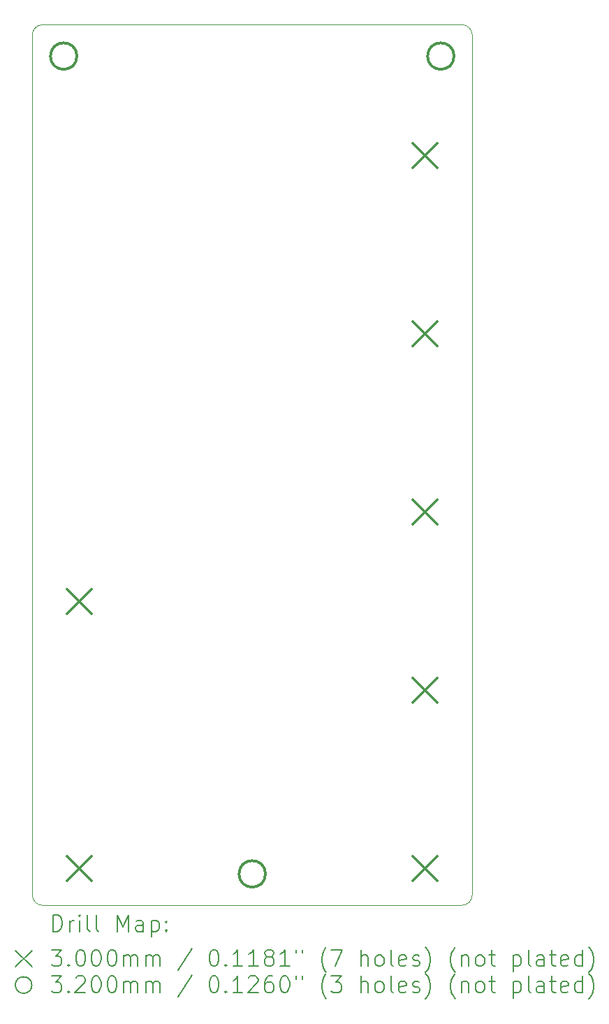
<source format=gbr>
%FSLAX45Y45*%
G04 Gerber Fmt 4.5, Leading zero omitted, Abs format (unit mm)*
G04 Created by KiCad (PCBNEW (6.0.0)) date 2022-08-09 16:31:57*
%MOMM*%
%LPD*%
G01*
G04 APERTURE LIST*
%TA.AperFunction,Profile*%
%ADD10C,0.100000*%
%TD*%
%ADD11C,0.200000*%
%ADD12C,0.300000*%
%ADD13C,0.320000*%
G04 APERTURE END LIST*
D10*
X5207000Y-10668000D02*
X127000Y-10668000D01*
X0Y-10541000D02*
G75*
G03*
X127000Y-10668000I127000J0D01*
G01*
X5334000Y-127000D02*
G75*
G03*
X5207000Y0I-127000J0D01*
G01*
X5207000Y-10668000D02*
G75*
G03*
X5334000Y-10541000I0J127000D01*
G01*
X127000Y-10668000D02*
X127000Y-10668000D01*
X0Y-10541000D02*
X0Y-127000D01*
X127000Y0D02*
X5207000Y0D01*
X0Y-127000D02*
X0Y-127000D01*
X127000Y0D02*
G75*
G03*
X0Y-127000I0J-127000D01*
G01*
X5334000Y-127000D02*
X5334000Y-10541000D01*
X5207000Y0D02*
X5207000Y0D01*
D11*
D12*
X421500Y-6835000D02*
X721500Y-7135000D01*
X721500Y-6835000D02*
X421500Y-7135000D01*
X421500Y-10073500D02*
X721500Y-10373500D01*
X721500Y-10073500D02*
X421500Y-10373500D01*
X4612500Y-1437500D02*
X4912500Y-1737500D01*
X4912500Y-1437500D02*
X4612500Y-1737500D01*
X4612500Y-3596500D02*
X4912500Y-3896500D01*
X4912500Y-3596500D02*
X4612500Y-3896500D01*
X4612500Y-5755500D02*
X4912500Y-6055500D01*
X4912500Y-5755500D02*
X4612500Y-6055500D01*
X4612500Y-7914500D02*
X4912500Y-8214500D01*
X4912500Y-7914500D02*
X4612500Y-8214500D01*
X4612500Y-10073500D02*
X4912500Y-10373500D01*
X4912500Y-10073500D02*
X4612500Y-10373500D01*
D13*
X541000Y-381000D02*
G75*
G03*
X541000Y-381000I-160000J0D01*
G01*
X2827000Y-10287000D02*
G75*
G03*
X2827000Y-10287000I-160000J0D01*
G01*
X5113000Y-381000D02*
G75*
G03*
X5113000Y-381000I-160000J0D01*
G01*
D11*
X252619Y-10983476D02*
X252619Y-10783476D01*
X300238Y-10783476D01*
X328810Y-10793000D01*
X347857Y-10812048D01*
X357381Y-10831095D01*
X366905Y-10869190D01*
X366905Y-10897762D01*
X357381Y-10935857D01*
X347857Y-10954905D01*
X328810Y-10973952D01*
X300238Y-10983476D01*
X252619Y-10983476D01*
X452619Y-10983476D02*
X452619Y-10850143D01*
X452619Y-10888238D02*
X462143Y-10869190D01*
X471667Y-10859667D01*
X490714Y-10850143D01*
X509762Y-10850143D01*
X576429Y-10983476D02*
X576429Y-10850143D01*
X576429Y-10783476D02*
X566905Y-10793000D01*
X576429Y-10802524D01*
X585952Y-10793000D01*
X576429Y-10783476D01*
X576429Y-10802524D01*
X700238Y-10983476D02*
X681190Y-10973952D01*
X671667Y-10954905D01*
X671667Y-10783476D01*
X805000Y-10983476D02*
X785952Y-10973952D01*
X776428Y-10954905D01*
X776428Y-10783476D01*
X1033571Y-10983476D02*
X1033571Y-10783476D01*
X1100238Y-10926333D01*
X1166905Y-10783476D01*
X1166905Y-10983476D01*
X1347857Y-10983476D02*
X1347857Y-10878714D01*
X1338333Y-10859667D01*
X1319286Y-10850143D01*
X1281190Y-10850143D01*
X1262143Y-10859667D01*
X1347857Y-10973952D02*
X1328810Y-10983476D01*
X1281190Y-10983476D01*
X1262143Y-10973952D01*
X1252619Y-10954905D01*
X1252619Y-10935857D01*
X1262143Y-10916810D01*
X1281190Y-10907286D01*
X1328810Y-10907286D01*
X1347857Y-10897762D01*
X1443095Y-10850143D02*
X1443095Y-11050143D01*
X1443095Y-10859667D02*
X1462143Y-10850143D01*
X1500238Y-10850143D01*
X1519286Y-10859667D01*
X1528809Y-10869190D01*
X1538333Y-10888238D01*
X1538333Y-10945381D01*
X1528809Y-10964429D01*
X1519286Y-10973952D01*
X1500238Y-10983476D01*
X1462143Y-10983476D01*
X1443095Y-10973952D01*
X1624048Y-10964429D02*
X1633571Y-10973952D01*
X1624048Y-10983476D01*
X1614524Y-10973952D01*
X1624048Y-10964429D01*
X1624048Y-10983476D01*
X1624048Y-10859667D02*
X1633571Y-10869190D01*
X1624048Y-10878714D01*
X1614524Y-10869190D01*
X1624048Y-10859667D01*
X1624048Y-10878714D01*
X-205000Y-11213000D02*
X-5000Y-11413000D01*
X-5000Y-11213000D02*
X-205000Y-11413000D01*
X233571Y-11203476D02*
X357381Y-11203476D01*
X290714Y-11279667D01*
X319286Y-11279667D01*
X338333Y-11289190D01*
X347857Y-11298714D01*
X357381Y-11317762D01*
X357381Y-11365381D01*
X347857Y-11384428D01*
X338333Y-11393952D01*
X319286Y-11403476D01*
X262143Y-11403476D01*
X243095Y-11393952D01*
X233571Y-11384428D01*
X443095Y-11384428D02*
X452619Y-11393952D01*
X443095Y-11403476D01*
X433571Y-11393952D01*
X443095Y-11384428D01*
X443095Y-11403476D01*
X576429Y-11203476D02*
X595476Y-11203476D01*
X614524Y-11213000D01*
X624048Y-11222524D01*
X633571Y-11241571D01*
X643095Y-11279667D01*
X643095Y-11327286D01*
X633571Y-11365381D01*
X624048Y-11384428D01*
X614524Y-11393952D01*
X595476Y-11403476D01*
X576429Y-11403476D01*
X557381Y-11393952D01*
X547857Y-11384428D01*
X538333Y-11365381D01*
X528810Y-11327286D01*
X528810Y-11279667D01*
X538333Y-11241571D01*
X547857Y-11222524D01*
X557381Y-11213000D01*
X576429Y-11203476D01*
X766905Y-11203476D02*
X785952Y-11203476D01*
X805000Y-11213000D01*
X814524Y-11222524D01*
X824048Y-11241571D01*
X833571Y-11279667D01*
X833571Y-11327286D01*
X824048Y-11365381D01*
X814524Y-11384428D01*
X805000Y-11393952D01*
X785952Y-11403476D01*
X766905Y-11403476D01*
X747857Y-11393952D01*
X738333Y-11384428D01*
X728809Y-11365381D01*
X719286Y-11327286D01*
X719286Y-11279667D01*
X728809Y-11241571D01*
X738333Y-11222524D01*
X747857Y-11213000D01*
X766905Y-11203476D01*
X957381Y-11203476D02*
X976428Y-11203476D01*
X995476Y-11213000D01*
X1005000Y-11222524D01*
X1014524Y-11241571D01*
X1024048Y-11279667D01*
X1024048Y-11327286D01*
X1014524Y-11365381D01*
X1005000Y-11384428D01*
X995476Y-11393952D01*
X976428Y-11403476D01*
X957381Y-11403476D01*
X938333Y-11393952D01*
X928809Y-11384428D01*
X919286Y-11365381D01*
X909762Y-11327286D01*
X909762Y-11279667D01*
X919286Y-11241571D01*
X928809Y-11222524D01*
X938333Y-11213000D01*
X957381Y-11203476D01*
X1109762Y-11403476D02*
X1109762Y-11270143D01*
X1109762Y-11289190D02*
X1119286Y-11279667D01*
X1138333Y-11270143D01*
X1166905Y-11270143D01*
X1185952Y-11279667D01*
X1195476Y-11298714D01*
X1195476Y-11403476D01*
X1195476Y-11298714D02*
X1205000Y-11279667D01*
X1224048Y-11270143D01*
X1252619Y-11270143D01*
X1271667Y-11279667D01*
X1281190Y-11298714D01*
X1281190Y-11403476D01*
X1376429Y-11403476D02*
X1376429Y-11270143D01*
X1376429Y-11289190D02*
X1385952Y-11279667D01*
X1405000Y-11270143D01*
X1433571Y-11270143D01*
X1452619Y-11279667D01*
X1462143Y-11298714D01*
X1462143Y-11403476D01*
X1462143Y-11298714D02*
X1471667Y-11279667D01*
X1490714Y-11270143D01*
X1519286Y-11270143D01*
X1538333Y-11279667D01*
X1547857Y-11298714D01*
X1547857Y-11403476D01*
X1938333Y-11193952D02*
X1766905Y-11451095D01*
X2195476Y-11203476D02*
X2214524Y-11203476D01*
X2233571Y-11213000D01*
X2243095Y-11222524D01*
X2252619Y-11241571D01*
X2262143Y-11279667D01*
X2262143Y-11327286D01*
X2252619Y-11365381D01*
X2243095Y-11384428D01*
X2233571Y-11393952D01*
X2214524Y-11403476D01*
X2195476Y-11403476D01*
X2176429Y-11393952D01*
X2166905Y-11384428D01*
X2157381Y-11365381D01*
X2147857Y-11327286D01*
X2147857Y-11279667D01*
X2157381Y-11241571D01*
X2166905Y-11222524D01*
X2176429Y-11213000D01*
X2195476Y-11203476D01*
X2347857Y-11384428D02*
X2357381Y-11393952D01*
X2347857Y-11403476D01*
X2338333Y-11393952D01*
X2347857Y-11384428D01*
X2347857Y-11403476D01*
X2547857Y-11403476D02*
X2433571Y-11403476D01*
X2490714Y-11403476D02*
X2490714Y-11203476D01*
X2471667Y-11232048D01*
X2452619Y-11251095D01*
X2433571Y-11260619D01*
X2738333Y-11403476D02*
X2624048Y-11403476D01*
X2681190Y-11403476D02*
X2681190Y-11203476D01*
X2662143Y-11232048D01*
X2643095Y-11251095D01*
X2624048Y-11260619D01*
X2852619Y-11289190D02*
X2833571Y-11279667D01*
X2824048Y-11270143D01*
X2814524Y-11251095D01*
X2814524Y-11241571D01*
X2824048Y-11222524D01*
X2833571Y-11213000D01*
X2852619Y-11203476D01*
X2890714Y-11203476D01*
X2909762Y-11213000D01*
X2919286Y-11222524D01*
X2928809Y-11241571D01*
X2928809Y-11251095D01*
X2919286Y-11270143D01*
X2909762Y-11279667D01*
X2890714Y-11289190D01*
X2852619Y-11289190D01*
X2833571Y-11298714D01*
X2824048Y-11308238D01*
X2814524Y-11327286D01*
X2814524Y-11365381D01*
X2824048Y-11384428D01*
X2833571Y-11393952D01*
X2852619Y-11403476D01*
X2890714Y-11403476D01*
X2909762Y-11393952D01*
X2919286Y-11384428D01*
X2928809Y-11365381D01*
X2928809Y-11327286D01*
X2919286Y-11308238D01*
X2909762Y-11298714D01*
X2890714Y-11289190D01*
X3119286Y-11403476D02*
X3005000Y-11403476D01*
X3062143Y-11403476D02*
X3062143Y-11203476D01*
X3043095Y-11232048D01*
X3024048Y-11251095D01*
X3005000Y-11260619D01*
X3195476Y-11203476D02*
X3195476Y-11241571D01*
X3271667Y-11203476D02*
X3271667Y-11241571D01*
X3566905Y-11479667D02*
X3557381Y-11470143D01*
X3538333Y-11441571D01*
X3528809Y-11422524D01*
X3519286Y-11393952D01*
X3509762Y-11346333D01*
X3509762Y-11308238D01*
X3519286Y-11260619D01*
X3528809Y-11232048D01*
X3538333Y-11213000D01*
X3557381Y-11184429D01*
X3566905Y-11174905D01*
X3624048Y-11203476D02*
X3757381Y-11203476D01*
X3671667Y-11403476D01*
X3985952Y-11403476D02*
X3985952Y-11203476D01*
X4071667Y-11403476D02*
X4071667Y-11298714D01*
X4062143Y-11279667D01*
X4043095Y-11270143D01*
X4014524Y-11270143D01*
X3995476Y-11279667D01*
X3985952Y-11289190D01*
X4195476Y-11403476D02*
X4176428Y-11393952D01*
X4166905Y-11384428D01*
X4157381Y-11365381D01*
X4157381Y-11308238D01*
X4166905Y-11289190D01*
X4176428Y-11279667D01*
X4195476Y-11270143D01*
X4224048Y-11270143D01*
X4243095Y-11279667D01*
X4252619Y-11289190D01*
X4262143Y-11308238D01*
X4262143Y-11365381D01*
X4252619Y-11384428D01*
X4243095Y-11393952D01*
X4224048Y-11403476D01*
X4195476Y-11403476D01*
X4376429Y-11403476D02*
X4357381Y-11393952D01*
X4347857Y-11374905D01*
X4347857Y-11203476D01*
X4528810Y-11393952D02*
X4509762Y-11403476D01*
X4471667Y-11403476D01*
X4452619Y-11393952D01*
X4443095Y-11374905D01*
X4443095Y-11298714D01*
X4452619Y-11279667D01*
X4471667Y-11270143D01*
X4509762Y-11270143D01*
X4528810Y-11279667D01*
X4538333Y-11298714D01*
X4538333Y-11317762D01*
X4443095Y-11336809D01*
X4614524Y-11393952D02*
X4633571Y-11403476D01*
X4671667Y-11403476D01*
X4690714Y-11393952D01*
X4700238Y-11374905D01*
X4700238Y-11365381D01*
X4690714Y-11346333D01*
X4671667Y-11336809D01*
X4643095Y-11336809D01*
X4624048Y-11327286D01*
X4614524Y-11308238D01*
X4614524Y-11298714D01*
X4624048Y-11279667D01*
X4643095Y-11270143D01*
X4671667Y-11270143D01*
X4690714Y-11279667D01*
X4766905Y-11479667D02*
X4776429Y-11470143D01*
X4795476Y-11441571D01*
X4805000Y-11422524D01*
X4814524Y-11393952D01*
X4824048Y-11346333D01*
X4824048Y-11308238D01*
X4814524Y-11260619D01*
X4805000Y-11232048D01*
X4795476Y-11213000D01*
X4776429Y-11184429D01*
X4766905Y-11174905D01*
X5128810Y-11479667D02*
X5119286Y-11470143D01*
X5100238Y-11441571D01*
X5090714Y-11422524D01*
X5081190Y-11393952D01*
X5071667Y-11346333D01*
X5071667Y-11308238D01*
X5081190Y-11260619D01*
X5090714Y-11232048D01*
X5100238Y-11213000D01*
X5119286Y-11184429D01*
X5128810Y-11174905D01*
X5205000Y-11270143D02*
X5205000Y-11403476D01*
X5205000Y-11289190D02*
X5214524Y-11279667D01*
X5233571Y-11270143D01*
X5262143Y-11270143D01*
X5281190Y-11279667D01*
X5290714Y-11298714D01*
X5290714Y-11403476D01*
X5414524Y-11403476D02*
X5395476Y-11393952D01*
X5385952Y-11384428D01*
X5376429Y-11365381D01*
X5376429Y-11308238D01*
X5385952Y-11289190D01*
X5395476Y-11279667D01*
X5414524Y-11270143D01*
X5443095Y-11270143D01*
X5462143Y-11279667D01*
X5471667Y-11289190D01*
X5481190Y-11308238D01*
X5481190Y-11365381D01*
X5471667Y-11384428D01*
X5462143Y-11393952D01*
X5443095Y-11403476D01*
X5414524Y-11403476D01*
X5538333Y-11270143D02*
X5614524Y-11270143D01*
X5566905Y-11203476D02*
X5566905Y-11374905D01*
X5576429Y-11393952D01*
X5595476Y-11403476D01*
X5614524Y-11403476D01*
X5833571Y-11270143D02*
X5833571Y-11470143D01*
X5833571Y-11279667D02*
X5852619Y-11270143D01*
X5890714Y-11270143D01*
X5909762Y-11279667D01*
X5919286Y-11289190D01*
X5928809Y-11308238D01*
X5928809Y-11365381D01*
X5919286Y-11384428D01*
X5909762Y-11393952D01*
X5890714Y-11403476D01*
X5852619Y-11403476D01*
X5833571Y-11393952D01*
X6043095Y-11403476D02*
X6024048Y-11393952D01*
X6014524Y-11374905D01*
X6014524Y-11203476D01*
X6205000Y-11403476D02*
X6205000Y-11298714D01*
X6195476Y-11279667D01*
X6176428Y-11270143D01*
X6138333Y-11270143D01*
X6119286Y-11279667D01*
X6205000Y-11393952D02*
X6185952Y-11403476D01*
X6138333Y-11403476D01*
X6119286Y-11393952D01*
X6109762Y-11374905D01*
X6109762Y-11355857D01*
X6119286Y-11336809D01*
X6138333Y-11327286D01*
X6185952Y-11327286D01*
X6205000Y-11317762D01*
X6271667Y-11270143D02*
X6347857Y-11270143D01*
X6300238Y-11203476D02*
X6300238Y-11374905D01*
X6309762Y-11393952D01*
X6328809Y-11403476D01*
X6347857Y-11403476D01*
X6490714Y-11393952D02*
X6471667Y-11403476D01*
X6433571Y-11403476D01*
X6414524Y-11393952D01*
X6405000Y-11374905D01*
X6405000Y-11298714D01*
X6414524Y-11279667D01*
X6433571Y-11270143D01*
X6471667Y-11270143D01*
X6490714Y-11279667D01*
X6500238Y-11298714D01*
X6500238Y-11317762D01*
X6405000Y-11336809D01*
X6671667Y-11403476D02*
X6671667Y-11203476D01*
X6671667Y-11393952D02*
X6652619Y-11403476D01*
X6614524Y-11403476D01*
X6595476Y-11393952D01*
X6585952Y-11384428D01*
X6576428Y-11365381D01*
X6576428Y-11308238D01*
X6585952Y-11289190D01*
X6595476Y-11279667D01*
X6614524Y-11270143D01*
X6652619Y-11270143D01*
X6671667Y-11279667D01*
X6747857Y-11479667D02*
X6757381Y-11470143D01*
X6776428Y-11441571D01*
X6785952Y-11422524D01*
X6795476Y-11393952D01*
X6805000Y-11346333D01*
X6805000Y-11308238D01*
X6795476Y-11260619D01*
X6785952Y-11232048D01*
X6776428Y-11213000D01*
X6757381Y-11184429D01*
X6747857Y-11174905D01*
X-5000Y-11633000D02*
G75*
G03*
X-5000Y-11633000I-100000J0D01*
G01*
X233571Y-11523476D02*
X357381Y-11523476D01*
X290714Y-11599667D01*
X319286Y-11599667D01*
X338333Y-11609190D01*
X347857Y-11618714D01*
X357381Y-11637762D01*
X357381Y-11685381D01*
X347857Y-11704428D01*
X338333Y-11713952D01*
X319286Y-11723476D01*
X262143Y-11723476D01*
X243095Y-11713952D01*
X233571Y-11704428D01*
X443095Y-11704428D02*
X452619Y-11713952D01*
X443095Y-11723476D01*
X433571Y-11713952D01*
X443095Y-11704428D01*
X443095Y-11723476D01*
X528810Y-11542524D02*
X538333Y-11533000D01*
X557381Y-11523476D01*
X605000Y-11523476D01*
X624048Y-11533000D01*
X633571Y-11542524D01*
X643095Y-11561571D01*
X643095Y-11580619D01*
X633571Y-11609190D01*
X519286Y-11723476D01*
X643095Y-11723476D01*
X766905Y-11523476D02*
X785952Y-11523476D01*
X805000Y-11533000D01*
X814524Y-11542524D01*
X824048Y-11561571D01*
X833571Y-11599667D01*
X833571Y-11647286D01*
X824048Y-11685381D01*
X814524Y-11704428D01*
X805000Y-11713952D01*
X785952Y-11723476D01*
X766905Y-11723476D01*
X747857Y-11713952D01*
X738333Y-11704428D01*
X728809Y-11685381D01*
X719286Y-11647286D01*
X719286Y-11599667D01*
X728809Y-11561571D01*
X738333Y-11542524D01*
X747857Y-11533000D01*
X766905Y-11523476D01*
X957381Y-11523476D02*
X976428Y-11523476D01*
X995476Y-11533000D01*
X1005000Y-11542524D01*
X1014524Y-11561571D01*
X1024048Y-11599667D01*
X1024048Y-11647286D01*
X1014524Y-11685381D01*
X1005000Y-11704428D01*
X995476Y-11713952D01*
X976428Y-11723476D01*
X957381Y-11723476D01*
X938333Y-11713952D01*
X928809Y-11704428D01*
X919286Y-11685381D01*
X909762Y-11647286D01*
X909762Y-11599667D01*
X919286Y-11561571D01*
X928809Y-11542524D01*
X938333Y-11533000D01*
X957381Y-11523476D01*
X1109762Y-11723476D02*
X1109762Y-11590143D01*
X1109762Y-11609190D02*
X1119286Y-11599667D01*
X1138333Y-11590143D01*
X1166905Y-11590143D01*
X1185952Y-11599667D01*
X1195476Y-11618714D01*
X1195476Y-11723476D01*
X1195476Y-11618714D02*
X1205000Y-11599667D01*
X1224048Y-11590143D01*
X1252619Y-11590143D01*
X1271667Y-11599667D01*
X1281190Y-11618714D01*
X1281190Y-11723476D01*
X1376429Y-11723476D02*
X1376429Y-11590143D01*
X1376429Y-11609190D02*
X1385952Y-11599667D01*
X1405000Y-11590143D01*
X1433571Y-11590143D01*
X1452619Y-11599667D01*
X1462143Y-11618714D01*
X1462143Y-11723476D01*
X1462143Y-11618714D02*
X1471667Y-11599667D01*
X1490714Y-11590143D01*
X1519286Y-11590143D01*
X1538333Y-11599667D01*
X1547857Y-11618714D01*
X1547857Y-11723476D01*
X1938333Y-11513952D02*
X1766905Y-11771095D01*
X2195476Y-11523476D02*
X2214524Y-11523476D01*
X2233571Y-11533000D01*
X2243095Y-11542524D01*
X2252619Y-11561571D01*
X2262143Y-11599667D01*
X2262143Y-11647286D01*
X2252619Y-11685381D01*
X2243095Y-11704428D01*
X2233571Y-11713952D01*
X2214524Y-11723476D01*
X2195476Y-11723476D01*
X2176429Y-11713952D01*
X2166905Y-11704428D01*
X2157381Y-11685381D01*
X2147857Y-11647286D01*
X2147857Y-11599667D01*
X2157381Y-11561571D01*
X2166905Y-11542524D01*
X2176429Y-11533000D01*
X2195476Y-11523476D01*
X2347857Y-11704428D02*
X2357381Y-11713952D01*
X2347857Y-11723476D01*
X2338333Y-11713952D01*
X2347857Y-11704428D01*
X2347857Y-11723476D01*
X2547857Y-11723476D02*
X2433571Y-11723476D01*
X2490714Y-11723476D02*
X2490714Y-11523476D01*
X2471667Y-11552048D01*
X2452619Y-11571095D01*
X2433571Y-11580619D01*
X2624048Y-11542524D02*
X2633571Y-11533000D01*
X2652619Y-11523476D01*
X2700238Y-11523476D01*
X2719286Y-11533000D01*
X2728810Y-11542524D01*
X2738333Y-11561571D01*
X2738333Y-11580619D01*
X2728810Y-11609190D01*
X2614524Y-11723476D01*
X2738333Y-11723476D01*
X2909762Y-11523476D02*
X2871667Y-11523476D01*
X2852619Y-11533000D01*
X2843095Y-11542524D01*
X2824048Y-11571095D01*
X2814524Y-11609190D01*
X2814524Y-11685381D01*
X2824048Y-11704428D01*
X2833571Y-11713952D01*
X2852619Y-11723476D01*
X2890714Y-11723476D01*
X2909762Y-11713952D01*
X2919286Y-11704428D01*
X2928809Y-11685381D01*
X2928809Y-11637762D01*
X2919286Y-11618714D01*
X2909762Y-11609190D01*
X2890714Y-11599667D01*
X2852619Y-11599667D01*
X2833571Y-11609190D01*
X2824048Y-11618714D01*
X2814524Y-11637762D01*
X3052619Y-11523476D02*
X3071667Y-11523476D01*
X3090714Y-11533000D01*
X3100238Y-11542524D01*
X3109762Y-11561571D01*
X3119286Y-11599667D01*
X3119286Y-11647286D01*
X3109762Y-11685381D01*
X3100238Y-11704428D01*
X3090714Y-11713952D01*
X3071667Y-11723476D01*
X3052619Y-11723476D01*
X3033571Y-11713952D01*
X3024048Y-11704428D01*
X3014524Y-11685381D01*
X3005000Y-11647286D01*
X3005000Y-11599667D01*
X3014524Y-11561571D01*
X3024048Y-11542524D01*
X3033571Y-11533000D01*
X3052619Y-11523476D01*
X3195476Y-11523476D02*
X3195476Y-11561571D01*
X3271667Y-11523476D02*
X3271667Y-11561571D01*
X3566905Y-11799667D02*
X3557381Y-11790143D01*
X3538333Y-11761571D01*
X3528809Y-11742524D01*
X3519286Y-11713952D01*
X3509762Y-11666333D01*
X3509762Y-11628238D01*
X3519286Y-11580619D01*
X3528809Y-11552048D01*
X3538333Y-11533000D01*
X3557381Y-11504428D01*
X3566905Y-11494905D01*
X3624048Y-11523476D02*
X3747857Y-11523476D01*
X3681190Y-11599667D01*
X3709762Y-11599667D01*
X3728809Y-11609190D01*
X3738333Y-11618714D01*
X3747857Y-11637762D01*
X3747857Y-11685381D01*
X3738333Y-11704428D01*
X3728809Y-11713952D01*
X3709762Y-11723476D01*
X3652619Y-11723476D01*
X3633571Y-11713952D01*
X3624048Y-11704428D01*
X3985952Y-11723476D02*
X3985952Y-11523476D01*
X4071667Y-11723476D02*
X4071667Y-11618714D01*
X4062143Y-11599667D01*
X4043095Y-11590143D01*
X4014524Y-11590143D01*
X3995476Y-11599667D01*
X3985952Y-11609190D01*
X4195476Y-11723476D02*
X4176428Y-11713952D01*
X4166905Y-11704428D01*
X4157381Y-11685381D01*
X4157381Y-11628238D01*
X4166905Y-11609190D01*
X4176428Y-11599667D01*
X4195476Y-11590143D01*
X4224048Y-11590143D01*
X4243095Y-11599667D01*
X4252619Y-11609190D01*
X4262143Y-11628238D01*
X4262143Y-11685381D01*
X4252619Y-11704428D01*
X4243095Y-11713952D01*
X4224048Y-11723476D01*
X4195476Y-11723476D01*
X4376429Y-11723476D02*
X4357381Y-11713952D01*
X4347857Y-11694905D01*
X4347857Y-11523476D01*
X4528810Y-11713952D02*
X4509762Y-11723476D01*
X4471667Y-11723476D01*
X4452619Y-11713952D01*
X4443095Y-11694905D01*
X4443095Y-11618714D01*
X4452619Y-11599667D01*
X4471667Y-11590143D01*
X4509762Y-11590143D01*
X4528810Y-11599667D01*
X4538333Y-11618714D01*
X4538333Y-11637762D01*
X4443095Y-11656809D01*
X4614524Y-11713952D02*
X4633571Y-11723476D01*
X4671667Y-11723476D01*
X4690714Y-11713952D01*
X4700238Y-11694905D01*
X4700238Y-11685381D01*
X4690714Y-11666333D01*
X4671667Y-11656809D01*
X4643095Y-11656809D01*
X4624048Y-11647286D01*
X4614524Y-11628238D01*
X4614524Y-11618714D01*
X4624048Y-11599667D01*
X4643095Y-11590143D01*
X4671667Y-11590143D01*
X4690714Y-11599667D01*
X4766905Y-11799667D02*
X4776429Y-11790143D01*
X4795476Y-11761571D01*
X4805000Y-11742524D01*
X4814524Y-11713952D01*
X4824048Y-11666333D01*
X4824048Y-11628238D01*
X4814524Y-11580619D01*
X4805000Y-11552048D01*
X4795476Y-11533000D01*
X4776429Y-11504428D01*
X4766905Y-11494905D01*
X5128810Y-11799667D02*
X5119286Y-11790143D01*
X5100238Y-11761571D01*
X5090714Y-11742524D01*
X5081190Y-11713952D01*
X5071667Y-11666333D01*
X5071667Y-11628238D01*
X5081190Y-11580619D01*
X5090714Y-11552048D01*
X5100238Y-11533000D01*
X5119286Y-11504428D01*
X5128810Y-11494905D01*
X5205000Y-11590143D02*
X5205000Y-11723476D01*
X5205000Y-11609190D02*
X5214524Y-11599667D01*
X5233571Y-11590143D01*
X5262143Y-11590143D01*
X5281190Y-11599667D01*
X5290714Y-11618714D01*
X5290714Y-11723476D01*
X5414524Y-11723476D02*
X5395476Y-11713952D01*
X5385952Y-11704428D01*
X5376429Y-11685381D01*
X5376429Y-11628238D01*
X5385952Y-11609190D01*
X5395476Y-11599667D01*
X5414524Y-11590143D01*
X5443095Y-11590143D01*
X5462143Y-11599667D01*
X5471667Y-11609190D01*
X5481190Y-11628238D01*
X5481190Y-11685381D01*
X5471667Y-11704428D01*
X5462143Y-11713952D01*
X5443095Y-11723476D01*
X5414524Y-11723476D01*
X5538333Y-11590143D02*
X5614524Y-11590143D01*
X5566905Y-11523476D02*
X5566905Y-11694905D01*
X5576429Y-11713952D01*
X5595476Y-11723476D01*
X5614524Y-11723476D01*
X5833571Y-11590143D02*
X5833571Y-11790143D01*
X5833571Y-11599667D02*
X5852619Y-11590143D01*
X5890714Y-11590143D01*
X5909762Y-11599667D01*
X5919286Y-11609190D01*
X5928809Y-11628238D01*
X5928809Y-11685381D01*
X5919286Y-11704428D01*
X5909762Y-11713952D01*
X5890714Y-11723476D01*
X5852619Y-11723476D01*
X5833571Y-11713952D01*
X6043095Y-11723476D02*
X6024048Y-11713952D01*
X6014524Y-11694905D01*
X6014524Y-11523476D01*
X6205000Y-11723476D02*
X6205000Y-11618714D01*
X6195476Y-11599667D01*
X6176428Y-11590143D01*
X6138333Y-11590143D01*
X6119286Y-11599667D01*
X6205000Y-11713952D02*
X6185952Y-11723476D01*
X6138333Y-11723476D01*
X6119286Y-11713952D01*
X6109762Y-11694905D01*
X6109762Y-11675857D01*
X6119286Y-11656809D01*
X6138333Y-11647286D01*
X6185952Y-11647286D01*
X6205000Y-11637762D01*
X6271667Y-11590143D02*
X6347857Y-11590143D01*
X6300238Y-11523476D02*
X6300238Y-11694905D01*
X6309762Y-11713952D01*
X6328809Y-11723476D01*
X6347857Y-11723476D01*
X6490714Y-11713952D02*
X6471667Y-11723476D01*
X6433571Y-11723476D01*
X6414524Y-11713952D01*
X6405000Y-11694905D01*
X6405000Y-11618714D01*
X6414524Y-11599667D01*
X6433571Y-11590143D01*
X6471667Y-11590143D01*
X6490714Y-11599667D01*
X6500238Y-11618714D01*
X6500238Y-11637762D01*
X6405000Y-11656809D01*
X6671667Y-11723476D02*
X6671667Y-11523476D01*
X6671667Y-11713952D02*
X6652619Y-11723476D01*
X6614524Y-11723476D01*
X6595476Y-11713952D01*
X6585952Y-11704428D01*
X6576428Y-11685381D01*
X6576428Y-11628238D01*
X6585952Y-11609190D01*
X6595476Y-11599667D01*
X6614524Y-11590143D01*
X6652619Y-11590143D01*
X6671667Y-11599667D01*
X6747857Y-11799667D02*
X6757381Y-11790143D01*
X6776428Y-11761571D01*
X6785952Y-11742524D01*
X6795476Y-11713952D01*
X6805000Y-11666333D01*
X6805000Y-11628238D01*
X6795476Y-11580619D01*
X6785952Y-11552048D01*
X6776428Y-11533000D01*
X6757381Y-11504428D01*
X6747857Y-11494905D01*
M02*

</source>
